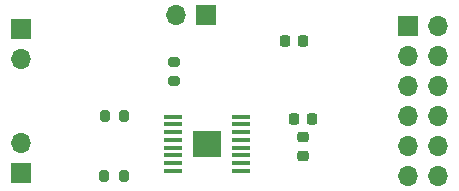
<source format=gbr>
%TF.GenerationSoftware,KiCad,Pcbnew,7.0.10*%
%TF.CreationDate,2024-02-14T05:56:45+09:00*%
%TF.ProjectId,drv8833,64727638-3833-4332-9e6b-696361645f70,rev?*%
%TF.SameCoordinates,Original*%
%TF.FileFunction,Soldermask,Top*%
%TF.FilePolarity,Negative*%
%FSLAX46Y46*%
G04 Gerber Fmt 4.6, Leading zero omitted, Abs format (unit mm)*
G04 Created by KiCad (PCBNEW 7.0.10) date 2024-02-14 05:56:45*
%MOMM*%
%LPD*%
G01*
G04 APERTURE LIST*
G04 Aperture macros list*
%AMRoundRect*
0 Rectangle with rounded corners*
0 $1 Rounding radius*
0 $2 $3 $4 $5 $6 $7 $8 $9 X,Y pos of 4 corners*
0 Add a 4 corners polygon primitive as box body*
4,1,4,$2,$3,$4,$5,$6,$7,$8,$9,$2,$3,0*
0 Add four circle primitives for the rounded corners*
1,1,$1+$1,$2,$3*
1,1,$1+$1,$4,$5*
1,1,$1+$1,$6,$7*
1,1,$1+$1,$8,$9*
0 Add four rect primitives between the rounded corners*
20,1,$1+$1,$2,$3,$4,$5,0*
20,1,$1+$1,$4,$5,$6,$7,0*
20,1,$1+$1,$6,$7,$8,$9,0*
20,1,$1+$1,$8,$9,$2,$3,0*%
G04 Aperture macros list end*
%ADD10RoundRect,0.200000X0.275000X-0.200000X0.275000X0.200000X-0.275000X0.200000X-0.275000X-0.200000X0*%
%ADD11R,1.700000X1.700000*%
%ADD12O,1.700000X1.700000*%
%ADD13RoundRect,0.200000X0.200000X0.275000X-0.200000X0.275000X-0.200000X-0.275000X0.200000X-0.275000X0*%
%ADD14RoundRect,0.225000X-0.225000X-0.250000X0.225000X-0.250000X0.225000X0.250000X-0.225000X0.250000X0*%
%ADD15R,2.460000X2.310000*%
%ADD16RoundRect,0.100000X-0.687500X-0.100000X0.687500X-0.100000X0.687500X0.100000X-0.687500X0.100000X0*%
%ADD17RoundRect,0.225000X-0.250000X0.225000X-0.250000X-0.225000X0.250000X-0.225000X0.250000X0.225000X0*%
G04 APERTURE END LIST*
D10*
%TO.C,R1*%
X114808000Y-63055000D03*
X114808000Y-61405000D03*
%TD*%
D11*
%TO.C,J1*%
X134620000Y-58420000D03*
D12*
X137160000Y-58420000D03*
X134620000Y-60960000D03*
X137160000Y-60960000D03*
X134620000Y-63500000D03*
X137160000Y-63500000D03*
X134620000Y-66040000D03*
X137160000Y-66040000D03*
X134620000Y-68580000D03*
X137160000Y-68580000D03*
X134620000Y-71120000D03*
X137160000Y-71120000D03*
%TD*%
D13*
%TO.C,R2*%
X110553000Y-71120000D03*
X108903000Y-71120000D03*
%TD*%
D11*
%TO.C,J3*%
X101854000Y-70866000D03*
D12*
X101854000Y-68326000D03*
%TD*%
D14*
%TO.C,C2*%
X124193000Y-59690000D03*
X125743000Y-59690000D03*
%TD*%
D15*
%TO.C,U1*%
X117590000Y-68350000D03*
D16*
X114727500Y-66075000D03*
X114727500Y-66725000D03*
X114727500Y-67375000D03*
X114727500Y-68025000D03*
X114727500Y-68675000D03*
X114727500Y-69325000D03*
X114727500Y-69975000D03*
X114727500Y-70625000D03*
X120452500Y-70625000D03*
X120452500Y-69975000D03*
X120452500Y-69325000D03*
X120452500Y-68675000D03*
X120452500Y-68025000D03*
X120452500Y-67375000D03*
X120452500Y-66725000D03*
X120452500Y-66075000D03*
%TD*%
D11*
%TO.C,J2*%
X101854000Y-58674000D03*
D12*
X101854000Y-61214000D03*
%TD*%
D11*
%TO.C,J4*%
X117551200Y-57429400D03*
D12*
X115011200Y-57429400D03*
%TD*%
D17*
%TO.C,C3*%
X125730000Y-67818000D03*
X125730000Y-69368000D03*
%TD*%
D14*
%TO.C,C1*%
X124955000Y-66294000D03*
X126505000Y-66294000D03*
%TD*%
D13*
%TO.C,R3*%
X110616000Y-66040000D03*
X108966000Y-66040000D03*
%TD*%
M02*

</source>
